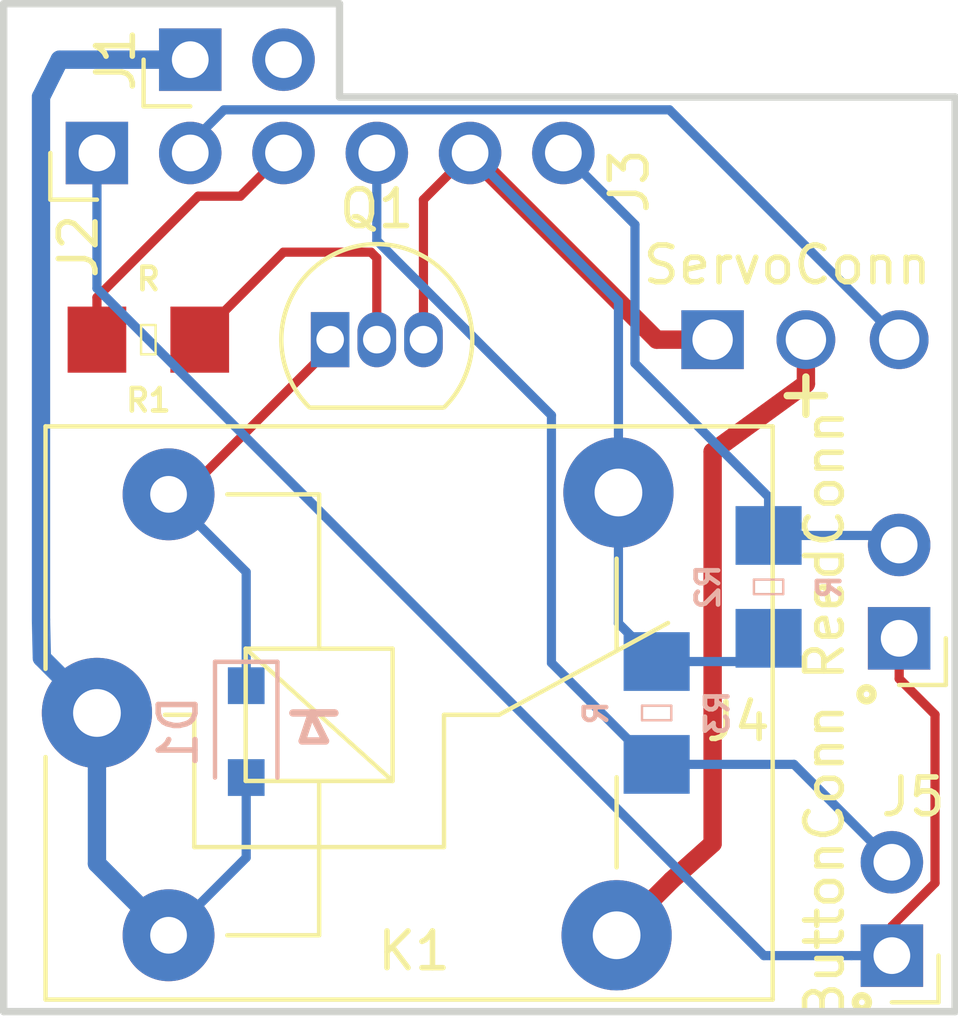
<source format=kicad_pcb>
(kicad_pcb (version 20171130) (host pcbnew "(5.0.1)-rc2")

  (general
    (thickness 1.6)
    (drawings 15)
    (tracks 66)
    (zones 0)
    (modules 11)
    (nets 11)
  )

  (page A4)
  (layers
    (0 F.Cu signal)
    (31 B.Cu signal)
    (32 B.Adhes user)
    (33 F.Adhes user)
    (34 B.Paste user)
    (35 F.Paste user)
    (36 B.SilkS user)
    (37 F.SilkS user)
    (38 B.Mask user)
    (39 F.Mask user)
    (40 Dwgs.User user hide)
    (41 Cmts.User user)
    (42 Eco1.User user)
    (43 Eco2.User user)
    (44 Edge.Cuts user)
    (45 Margin user)
    (46 B.CrtYd user hide)
    (47 F.CrtYd user hide)
    (48 B.Fab user)
    (49 F.Fab user hide)
  )

  (setup
    (last_trace_width 0.25)
    (trace_clearance 0.2)
    (zone_clearance 0.508)
    (zone_45_only no)
    (trace_min 0.2)
    (segment_width 0.2)
    (edge_width 0.15)
    (via_size 0.8)
    (via_drill 0.4)
    (via_min_size 0.4)
    (via_min_drill 0.3)
    (uvia_size 0.3)
    (uvia_drill 0.1)
    (uvias_allowed no)
    (uvia_min_size 0.2)
    (uvia_min_drill 0.1)
    (pcb_text_width 0.3)
    (pcb_text_size 1.5 1.5)
    (mod_edge_width 0.15)
    (mod_text_size 1 1)
    (mod_text_width 0.15)
    (pad_size 1.524 1.524)
    (pad_drill 0.762)
    (pad_to_mask_clearance 0.051)
    (solder_mask_min_width 0.25)
    (aux_axis_origin 0 0)
    (visible_elements FFFFF77F)
    (pcbplotparams
      (layerselection 0x010fc_ffffffff)
      (usegerberextensions false)
      (usegerberattributes false)
      (usegerberadvancedattributes false)
      (creategerberjobfile false)
      (excludeedgelayer true)
      (linewidth 0.100000)
      (plotframeref false)
      (viasonmask false)
      (mode 1)
      (useauxorigin false)
      (hpglpennumber 1)
      (hpglpenspeed 20)
      (hpglpendiameter 15.000000)
      (psnegative false)
      (psa4output false)
      (plotreference true)
      (plotvalue true)
      (plotinvisibletext false)
      (padsonsilk false)
      (subtractmaskfromsilk false)
      (outputformat 1)
      (mirror false)
      (drillshape 0)
      (scaleselection 1)
      (outputdirectory "Gerber/"))
  )

  (net 0 "")
  (net 1 "Net-(D1-Pad1)")
  (net 2 /5v_IN)
  (net 3 GND)
  (net 4 /3V3_IN)
  (net 5 /ServoPWM_P2)
  (net 6 /Relay_P3)
  (net 7 /Button_P4)
  (net 8 /Reed_P17)
  (net 9 "Net-(J3-Pad2)")
  (net 10 "Net-(Q1-Pad2)")

  (net_class Default "This is the default net class."
    (clearance 0.2)
    (trace_width 0.25)
    (via_dia 0.8)
    (via_drill 0.4)
    (uvia_dia 0.3)
    (uvia_drill 0.1)
    (add_net /3V3_IN)
    (add_net /5v_IN)
    (add_net /Button_P4)
    (add_net /Reed_P17)
    (add_net /Relay_P3)
    (add_net /ServoPWM_P2)
    (add_net GND)
    (add_net "Net-(D1-Pad1)")
    (add_net "Net-(J3-Pad2)")
    (add_net "Net-(Q1-Pad2)")
  )

  (module Diode_SMD:D_SOD-323_HandSoldering (layer B.Cu) (tedit 58641869) (tstamp 5C1DD9E5)
    (at 123.444 74.168 270)
    (descr SOD-323)
    (tags SOD-323)
    (path /5BF58F4E)
    (attr smd)
    (fp_text reference D1 (at 0 1.85 270) (layer B.SilkS)
      (effects (font (size 1 1) (thickness 0.15)) (justify mirror))
    )
    (fp_text value DIODE (at 0.1 -1.9 270) (layer B.Fab)
      (effects (font (size 1 1) (thickness 0.15)) (justify mirror))
    )
    (fp_text user %R (at 0 1.85 270) (layer B.Fab)
      (effects (font (size 1 1) (thickness 0.15)) (justify mirror))
    )
    (fp_line (start -1.9 0.85) (end -1.9 -0.85) (layer B.SilkS) (width 0.12))
    (fp_line (start 0.2 0) (end 0.45 0) (layer B.Fab) (width 0.1))
    (fp_line (start 0.2 -0.35) (end -0.3 0) (layer B.Fab) (width 0.1))
    (fp_line (start 0.2 0.35) (end 0.2 -0.35) (layer B.Fab) (width 0.1))
    (fp_line (start -0.3 0) (end 0.2 0.35) (layer B.Fab) (width 0.1))
    (fp_line (start -0.3 0) (end -0.5 0) (layer B.Fab) (width 0.1))
    (fp_line (start -0.3 0.35) (end -0.3 -0.35) (layer B.Fab) (width 0.1))
    (fp_line (start -0.9 -0.7) (end -0.9 0.7) (layer B.Fab) (width 0.1))
    (fp_line (start 0.9 -0.7) (end -0.9 -0.7) (layer B.Fab) (width 0.1))
    (fp_line (start 0.9 0.7) (end 0.9 -0.7) (layer B.Fab) (width 0.1))
    (fp_line (start -0.9 0.7) (end 0.9 0.7) (layer B.Fab) (width 0.1))
    (fp_line (start -2 0.95) (end 2 0.95) (layer B.CrtYd) (width 0.05))
    (fp_line (start 2 0.95) (end 2 -0.95) (layer B.CrtYd) (width 0.05))
    (fp_line (start -2 -0.95) (end 2 -0.95) (layer B.CrtYd) (width 0.05))
    (fp_line (start -2 0.95) (end -2 -0.95) (layer B.CrtYd) (width 0.05))
    (fp_line (start -1.9 -0.85) (end 1.25 -0.85) (layer B.SilkS) (width 0.12))
    (fp_line (start -1.9 0.85) (end 1.25 0.85) (layer B.SilkS) (width 0.12))
    (pad 1 smd rect (at -1.25 0 270) (size 1 1) (layers B.Cu B.Paste B.Mask)
      (net 1 "Net-(D1-Pad1)"))
    (pad 2 smd rect (at 1.25 0 270) (size 1 1) (layers B.Cu B.Paste B.Mask)
      (net 2 /5v_IN))
    (model ${KISYS3DMOD}/Diode_SMD.3dshapes/D_SOD-323.wrl
      (at (xyz 0 0 0))
      (scale (xyz 1 1 1))
      (rotate (xyz 0 0 0))
    )
  )

  (module Relay_THT:Relay_SPDT_SANYOU_SRD_Series_Form_C (layer F.Cu) (tedit 58FA3148) (tstamp 5C1DDB14)
    (at 119.38 73.66)
    (descr "relay Sanyou SRD series Form C http://www.sanyourelay.ca/public/products/pdf/SRD.pdf")
    (tags "relay Sanyu SRD form C")
    (path /5BF58BC0)
    (fp_text reference K1 (at 8.636 6.477) (layer F.SilkS)
      (effects (font (size 1 1) (thickness 0.15)))
    )
    (fp_text value SANYOU_SRD_Form_C (at 8 -9.6) (layer F.Fab)
      (effects (font (size 1 1) (thickness 0.15)))
    )
    (fp_line (start -1.4 1.2) (end -1.4 7.8) (layer F.SilkS) (width 0.12))
    (fp_line (start -1.4 -7.8) (end -1.4 -1.2) (layer F.SilkS) (width 0.12))
    (fp_line (start -1.4 -7.8) (end 18.4 -7.8) (layer F.SilkS) (width 0.12))
    (fp_line (start 18.4 -7.8) (end 18.4 7.8) (layer F.SilkS) (width 0.12))
    (fp_line (start 18.4 7.8) (end -1.4 7.8) (layer F.SilkS) (width 0.12))
    (fp_text user 1 (at 0 -2.3) (layer F.Fab)
      (effects (font (size 1 1) (thickness 0.15)))
    )
    (fp_line (start -1.3 -7.7) (end 18.3 -7.7) (layer F.Fab) (width 0.12))
    (fp_line (start 18.3 -7.7) (end 18.3 7.7) (layer F.Fab) (width 0.12))
    (fp_line (start 18.3 7.7) (end -1.3 7.7) (layer F.Fab) (width 0.12))
    (fp_line (start -1.3 7.7) (end -1.3 -7.7) (layer F.Fab) (width 0.12))
    (fp_text user %R (at 7.1 0.025) (layer F.Fab)
      (effects (font (size 1 1) (thickness 0.15)))
    )
    (fp_line (start 18.55 -7.95) (end -1.55 -7.95) (layer F.CrtYd) (width 0.05))
    (fp_line (start -1.55 7.95) (end -1.55 -7.95) (layer F.CrtYd) (width 0.05))
    (fp_line (start 18.55 -7.95) (end 18.55 7.95) (layer F.CrtYd) (width 0.05))
    (fp_line (start -1.55 7.95) (end 18.55 7.95) (layer F.CrtYd) (width 0.05))
    (fp_line (start 14.15 4.2) (end 14.15 1.75) (layer F.SilkS) (width 0.12))
    (fp_line (start 14.15 -4.2) (end 14.15 -1.7) (layer F.SilkS) (width 0.12))
    (fp_line (start 3.55 6.05) (end 6.05 6.05) (layer F.SilkS) (width 0.12))
    (fp_line (start 2.65 0.05) (end 1.85 0.05) (layer F.SilkS) (width 0.12))
    (fp_line (start 6.05 -5.95) (end 3.55 -5.95) (layer F.SilkS) (width 0.12))
    (fp_line (start 9.45 0.05) (end 10.95 0.05) (layer F.SilkS) (width 0.12))
    (fp_line (start 10.95 0.05) (end 15.55 -2.45) (layer F.SilkS) (width 0.12))
    (fp_line (start 9.45 3.65) (end 2.65 3.65) (layer F.SilkS) (width 0.12))
    (fp_line (start 9.45 0.05) (end 9.45 3.65) (layer F.SilkS) (width 0.12))
    (fp_line (start 2.65 0.05) (end 2.65 3.65) (layer F.SilkS) (width 0.12))
    (fp_line (start 6.05 -5.95) (end 6.05 -1.75) (layer F.SilkS) (width 0.12))
    (fp_line (start 6.05 1.85) (end 6.05 6.05) (layer F.SilkS) (width 0.12))
    (fp_line (start 8.05 1.85) (end 4.05 -1.75) (layer F.SilkS) (width 0.12))
    (fp_line (start 4.05 1.85) (end 4.05 -1.75) (layer F.SilkS) (width 0.12))
    (fp_line (start 4.05 -1.75) (end 8.05 -1.75) (layer F.SilkS) (width 0.12))
    (fp_line (start 8.05 -1.75) (end 8.05 1.85) (layer F.SilkS) (width 0.12))
    (fp_line (start 8.05 1.85) (end 4.05 1.85) (layer F.SilkS) (width 0.12))
    (pad 2 thru_hole circle (at 1.95 6.05 90) (size 2.5 2.5) (drill 1) (layers *.Cu *.Mask)
      (net 2 /5v_IN))
    (pad 3 thru_hole circle (at 14.15 6.05 90) (size 3 3) (drill 1.3) (layers *.Cu *.Mask)
      (net 9 "Net-(J3-Pad2)"))
    (pad 4 thru_hole circle (at 14.2 -6 90) (size 3 3) (drill 1.3) (layers *.Cu *.Mask)
      (net 3 GND))
    (pad 5 thru_hole circle (at 1.95 -5.95 90) (size 2.5 2.5) (drill 1) (layers *.Cu *.Mask)
      (net 1 "Net-(D1-Pad1)"))
    (pad 1 thru_hole circle (at 0 0 90) (size 3 3) (drill 1.3) (layers *.Cu *.Mask)
      (net 2 /5v_IN))
    (model ${KISYS3DMOD}/Relay_THT.3dshapes/Relay_SPDT_SANYOU_SRD_Series_Form_C.wrl
      (at (xyz 0 0 0))
      (scale (xyz 1 1 1))
      (rotate (xyz 0 0 0))
    )
  )

  (module Package_TO_SOT_THT:TO-92_Inline (layer F.Cu) (tedit 5A1DD157) (tstamp 5C1DDB26)
    (at 125.73 63.5)
    (descr "TO-92 leads in-line, narrow, oval pads, drill 0.75mm (see NXP sot054_po.pdf)")
    (tags "to-92 sc-43 sc-43a sot54 PA33 transistor")
    (path /5BF58CF5)
    (fp_text reference Q1 (at 1.27 -3.56) (layer F.SilkS)
      (effects (font (size 1 1) (thickness 0.15)))
    )
    (fp_text value BC547 (at 1.27 2.79) (layer F.Fab)
      (effects (font (size 1 1) (thickness 0.15)))
    )
    (fp_text user %R (at 1.27 -3.56) (layer F.Fab)
      (effects (font (size 1 1) (thickness 0.15)))
    )
    (fp_line (start -0.53 1.85) (end 3.07 1.85) (layer F.SilkS) (width 0.12))
    (fp_line (start -0.5 1.75) (end 3 1.75) (layer F.Fab) (width 0.1))
    (fp_line (start -1.46 -2.73) (end 4 -2.73) (layer F.CrtYd) (width 0.05))
    (fp_line (start -1.46 -2.73) (end -1.46 2.01) (layer F.CrtYd) (width 0.05))
    (fp_line (start 4 2.01) (end 4 -2.73) (layer F.CrtYd) (width 0.05))
    (fp_line (start 4 2.01) (end -1.46 2.01) (layer F.CrtYd) (width 0.05))
    (fp_arc (start 1.27 0) (end 1.27 -2.48) (angle 135) (layer F.Fab) (width 0.1))
    (fp_arc (start 1.27 0) (end 1.27 -2.6) (angle -135) (layer F.SilkS) (width 0.12))
    (fp_arc (start 1.27 0) (end 1.27 -2.48) (angle -135) (layer F.Fab) (width 0.1))
    (fp_arc (start 1.27 0) (end 1.27 -2.6) (angle 135) (layer F.SilkS) (width 0.12))
    (pad 2 thru_hole oval (at 1.27 0) (size 1.05 1.5) (drill 0.75) (layers *.Cu *.Mask)
      (net 10 "Net-(Q1-Pad2)"))
    (pad 3 thru_hole oval (at 2.54 0) (size 1.05 1.5) (drill 0.75) (layers *.Cu *.Mask)
      (net 3 GND))
    (pad 1 thru_hole rect (at 0 0) (size 1.05 1.5) (drill 0.75) (layers *.Cu *.Mask)
      (net 1 "Net-(D1-Pad1)"))
    (model ${KISYS3DMOD}/Package_TO_SOT_THT.3dshapes/TO-92_Inline.wrl
      (at (xyz 0 0 0))
      (scale (xyz 1 1 1))
      (rotate (xyz 0 0 0))
    )
  )

  (module Resistors:1206 (layer F.Cu) (tedit 200000) (tstamp 5C1DDB3E)
    (at 120.77954 63.5 180)
    (descr "GENERIC 3216 (1206) PACKAGE")
    (tags "GENERIC 3216 (1206) PACKAGE")
    (path /5BF58D69)
    (attr smd)
    (fp_text reference R1 (at 0 -1.651 180) (layer F.SilkS)
      (effects (font (size 0.6096 0.6096) (thickness 0.127)))
    )
    (fp_text value R (at 0 1.651 180) (layer F.SilkS)
      (effects (font (size 0.6096 0.6096) (thickness 0.127)))
    )
    (fp_line (start -0.96266 0.78486) (end 0.96266 0.78486) (layer Dwgs.User) (width 0.1016))
    (fp_line (start -0.96266 -0.78486) (end 0.96266 -0.78486) (layer Dwgs.User) (width 0.1016))
    (fp_line (start 2.39776 -1.09982) (end 2.39776 1.09982) (layer F.CrtYd) (width 0.0508))
    (fp_line (start -2.39776 1.09982) (end -2.39776 -1.09982) (layer F.CrtYd) (width 0.0508))
    (fp_line (start 2.39776 1.09982) (end -2.39776 1.09982) (layer F.CrtYd) (width 0.0508))
    (fp_line (start -2.39776 -1.09982) (end 2.39776 -1.09982) (layer F.CrtYd) (width 0.0508))
    (fp_line (start -0.19812 0.39878) (end -0.19812 -0.39878) (layer F.SilkS) (width 0.06604))
    (fp_line (start -0.19812 -0.39878) (end 0.19812 -0.39878) (layer F.SilkS) (width 0.06604))
    (fp_line (start 0.19812 0.39878) (end 0.19812 -0.39878) (layer F.SilkS) (width 0.06604))
    (fp_line (start -0.19812 0.39878) (end 0.19812 0.39878) (layer F.SilkS) (width 0.06604))
    (fp_line (start 0.94996 0.84836) (end 0.94996 -0.8509) (layer Dwgs.User) (width 0.06604))
    (fp_line (start 0.94996 -0.8509) (end 1.7018 -0.8509) (layer Dwgs.User) (width 0.06604))
    (fp_line (start 1.7018 0.84836) (end 1.7018 -0.8509) (layer Dwgs.User) (width 0.06604))
    (fp_line (start 0.94996 0.84836) (end 1.7018 0.84836) (layer Dwgs.User) (width 0.06604))
    (fp_line (start -1.7018 0.8509) (end -1.7018 -0.84836) (layer Dwgs.User) (width 0.06604))
    (fp_line (start -1.7018 -0.84836) (end -0.94996 -0.84836) (layer Dwgs.User) (width 0.06604))
    (fp_line (start -0.94996 0.8509) (end -0.94996 -0.84836) (layer Dwgs.User) (width 0.06604))
    (fp_line (start -1.7018 0.8509) (end -0.94996 0.8509) (layer Dwgs.User) (width 0.06604))
    (pad 2 smd rect (at 1.39954 0 180) (size 1.59766 1.79832) (layers F.Cu F.Paste F.Mask)
      (net 6 /Relay_P3) (solder_mask_margin 0.1016))
    (pad 1 smd rect (at -1.39954 0 180) (size 1.59766 1.79832) (layers F.Cu F.Paste F.Mask)
      (net 10 "Net-(Q1-Pad2)") (solder_mask_margin 0.1016))
  )

  (module Resistors:1206 (layer B.Cu) (tedit 200000) (tstamp 5C1DDB56)
    (at 137.668 70.22846 270)
    (descr "GENERIC 3216 (1206) PACKAGE")
    (tags "GENERIC 3216 (1206) PACKAGE")
    (path /5BF598F1)
    (attr smd)
    (fp_text reference R2 (at 0 1.651 270) (layer B.SilkS)
      (effects (font (size 0.6096 0.6096) (thickness 0.127)) (justify mirror))
    )
    (fp_text value R (at 0 -1.651 270) (layer B.SilkS)
      (effects (font (size 0.6096 0.6096) (thickness 0.127)) (justify mirror))
    )
    (fp_line (start -1.7018 -0.8509) (end -0.94996 -0.8509) (layer Dwgs.User) (width 0.06604))
    (fp_line (start -0.94996 -0.8509) (end -0.94996 0.84836) (layer Dwgs.User) (width 0.06604))
    (fp_line (start -1.7018 0.84836) (end -0.94996 0.84836) (layer Dwgs.User) (width 0.06604))
    (fp_line (start -1.7018 -0.8509) (end -1.7018 0.84836) (layer Dwgs.User) (width 0.06604))
    (fp_line (start 0.94996 -0.84836) (end 1.7018 -0.84836) (layer Dwgs.User) (width 0.06604))
    (fp_line (start 1.7018 -0.84836) (end 1.7018 0.8509) (layer Dwgs.User) (width 0.06604))
    (fp_line (start 0.94996 0.8509) (end 1.7018 0.8509) (layer Dwgs.User) (width 0.06604))
    (fp_line (start 0.94996 -0.84836) (end 0.94996 0.8509) (layer Dwgs.User) (width 0.06604))
    (fp_line (start -0.19812 -0.39878) (end 0.19812 -0.39878) (layer B.SilkS) (width 0.06604))
    (fp_line (start 0.19812 -0.39878) (end 0.19812 0.39878) (layer B.SilkS) (width 0.06604))
    (fp_line (start -0.19812 0.39878) (end 0.19812 0.39878) (layer B.SilkS) (width 0.06604))
    (fp_line (start -0.19812 -0.39878) (end -0.19812 0.39878) (layer B.SilkS) (width 0.06604))
    (fp_line (start -2.39776 1.09982) (end 2.39776 1.09982) (layer B.CrtYd) (width 0.0508))
    (fp_line (start 2.39776 -1.09982) (end -2.39776 -1.09982) (layer B.CrtYd) (width 0.0508))
    (fp_line (start -2.39776 -1.09982) (end -2.39776 1.09982) (layer B.CrtYd) (width 0.0508))
    (fp_line (start 2.39776 1.09982) (end 2.39776 -1.09982) (layer B.CrtYd) (width 0.0508))
    (fp_line (start -0.96266 0.78486) (end 0.96266 0.78486) (layer Dwgs.User) (width 0.1016))
    (fp_line (start -0.96266 -0.78486) (end 0.96266 -0.78486) (layer Dwgs.User) (width 0.1016))
    (pad 1 smd rect (at -1.39954 0 270) (size 1.59766 1.79832) (layers B.Cu B.Paste B.Mask)
      (net 8 /Reed_P17) (solder_mask_margin 0.1016))
    (pad 2 smd rect (at 1.39954 0 270) (size 1.59766 1.79832) (layers B.Cu B.Paste B.Mask)
      (net 3 GND) (solder_mask_margin 0.1016))
  )

  (module Resistors:1206 (layer B.Cu) (tedit 200000) (tstamp 5C1DDB6E)
    (at 134.62 73.66 90)
    (descr "GENERIC 3216 (1206) PACKAGE")
    (tags "GENERIC 3216 (1206) PACKAGE")
    (path /5BF5889E)
    (attr smd)
    (fp_text reference R3 (at 0 1.651 90) (layer B.SilkS)
      (effects (font (size 0.6096 0.6096) (thickness 0.127)) (justify mirror))
    )
    (fp_text value R (at 0 -1.651 90) (layer B.SilkS)
      (effects (font (size 0.6096 0.6096) (thickness 0.127)) (justify mirror))
    )
    (fp_line (start -1.7018 -0.8509) (end -0.94996 -0.8509) (layer Dwgs.User) (width 0.06604))
    (fp_line (start -0.94996 -0.8509) (end -0.94996 0.84836) (layer Dwgs.User) (width 0.06604))
    (fp_line (start -1.7018 0.84836) (end -0.94996 0.84836) (layer Dwgs.User) (width 0.06604))
    (fp_line (start -1.7018 -0.8509) (end -1.7018 0.84836) (layer Dwgs.User) (width 0.06604))
    (fp_line (start 0.94996 -0.84836) (end 1.7018 -0.84836) (layer Dwgs.User) (width 0.06604))
    (fp_line (start 1.7018 -0.84836) (end 1.7018 0.8509) (layer Dwgs.User) (width 0.06604))
    (fp_line (start 0.94996 0.8509) (end 1.7018 0.8509) (layer Dwgs.User) (width 0.06604))
    (fp_line (start 0.94996 -0.84836) (end 0.94996 0.8509) (layer Dwgs.User) (width 0.06604))
    (fp_line (start -0.19812 -0.39878) (end 0.19812 -0.39878) (layer B.SilkS) (width 0.06604))
    (fp_line (start 0.19812 -0.39878) (end 0.19812 0.39878) (layer B.SilkS) (width 0.06604))
    (fp_line (start -0.19812 0.39878) (end 0.19812 0.39878) (layer B.SilkS) (width 0.06604))
    (fp_line (start -0.19812 -0.39878) (end -0.19812 0.39878) (layer B.SilkS) (width 0.06604))
    (fp_line (start -2.39776 1.09982) (end 2.39776 1.09982) (layer B.CrtYd) (width 0.0508))
    (fp_line (start 2.39776 -1.09982) (end -2.39776 -1.09982) (layer B.CrtYd) (width 0.0508))
    (fp_line (start -2.39776 -1.09982) (end -2.39776 1.09982) (layer B.CrtYd) (width 0.0508))
    (fp_line (start 2.39776 1.09982) (end 2.39776 -1.09982) (layer B.CrtYd) (width 0.0508))
    (fp_line (start -0.96266 0.78486) (end 0.96266 0.78486) (layer Dwgs.User) (width 0.1016))
    (fp_line (start -0.96266 -0.78486) (end 0.96266 -0.78486) (layer Dwgs.User) (width 0.1016))
    (pad 1 smd rect (at -1.39954 0 90) (size 1.59766 1.79832) (layers B.Cu B.Paste B.Mask)
      (net 7 /Button_P4) (solder_mask_margin 0.1016))
    (pad 2 smd rect (at 1.39954 0 90) (size 1.59766 1.79832) (layers B.Cu B.Paste B.Mask)
      (net 3 GND) (solder_mask_margin 0.1016))
  )

  (module CustomFP:PinHeader_1x02_P2.54mm_Horizontal (layer F.Cu) (tedit 5BF1FE38) (tstamp 5C2CAAD3)
    (at 121.92 55.88 90)
    (descr "Through hole angled pin header, 1x02, 2.54mm pitch, 6mm pin length, single row")
    (tags "Through hole angled pin header THT 1x02 2.54mm single row")
    (path /5BF5CF9F)
    (fp_text reference J1 (at 0 -2.032 90) (layer F.SilkS)
      (effects (font (size 1 1) (thickness 0.15)))
    )
    (fp_text value "" (at 4.385 4.81 90) (layer F.Fab)
      (effects (font (size 1 1) (thickness 0.15)))
    )
    (fp_line (start -0.32 -0.32) (end -0.32 0.32) (layer F.Fab) (width 0.1))
    (fp_line (start -0.32 2.22) (end -0.32 2.86) (layer F.Fab) (width 0.1))
    (fp_line (start -1.27 0) (end -1.27 -1.27) (layer F.SilkS) (width 0.12))
    (fp_line (start -1.27 -1.27) (end 0 -1.27) (layer F.SilkS) (width 0.12))
    (pad 1 thru_hole rect (at 0 0 90) (size 1.7 1.7) (drill 1) (layers *.Cu *.Mask)
      (net 2 /5v_IN))
    (pad 2 thru_hole oval (at 0 2.54 90) (size 1.7 1.7) (drill 1) (layers *.Cu *.Mask))
    (model ${KISYS3DMOD}/Connector_PinHeader_2.54mm.3dshapes/PinHeader_1x02_P2.54mm_Horizontal.wrl
      (at (xyz 0 0 0))
      (scale (xyz 1 1 1))
      (rotate (xyz 0 0 0))
    )
  )

  (module CustomFP:PinHeader_1x06_P2.54mm_Horizontal (layer F.Cu) (tedit 5BF1FE3A) (tstamp 5C2CAADC)
    (at 119.38 58.42 90)
    (descr "Through hole angled pin header, 1x06, 2.54mm pitch, 6mm pin length, single row")
    (tags "Through hole angled pin header THT 1x06 2.54mm single row")
    (path /5BF5D2C2)
    (fp_text reference J2 (at -2.54 -0.508 90) (layer F.SilkS)
      (effects (font (size 1 1) (thickness 0.15)))
    )
    (fp_text value "" (at 4.385 14.97 90) (layer F.Fab)
      (effects (font (size 1 1) (thickness 0.15)))
    )
    (fp_line (start -0.32 -0.32) (end -0.32 0.32) (layer F.Fab) (width 0.1))
    (fp_line (start -0.32 2.22) (end -0.32 2.86) (layer F.Fab) (width 0.1))
    (fp_line (start -0.32 4.76) (end -0.32 5.4) (layer F.Fab) (width 0.1))
    (fp_line (start -0.32 7.3) (end -0.32 7.94) (layer F.Fab) (width 0.1))
    (fp_line (start -0.32 9.84) (end -0.32 10.48) (layer F.Fab) (width 0.1))
    (fp_line (start -0.32 12.38) (end -0.32 13.02) (layer F.Fab) (width 0.1))
    (fp_line (start -1.27 0) (end -1.27 -1.27) (layer F.SilkS) (width 0.12))
    (fp_line (start -1.27 -1.27) (end 0 -1.27) (layer F.SilkS) (width 0.12))
    (pad 1 thru_hole rect (at 0 0 90) (size 1.7 1.7) (drill 1) (layers *.Cu *.Mask)
      (net 4 /3V3_IN))
    (pad 2 thru_hole oval (at 0 2.54 90) (size 1.7 1.7) (drill 1) (layers *.Cu *.Mask)
      (net 5 /ServoPWM_P2))
    (pad 3 thru_hole oval (at 0 5.08 90) (size 1.7 1.7) (drill 1) (layers *.Cu *.Mask)
      (net 6 /Relay_P3))
    (pad 4 thru_hole oval (at 0 7.62 90) (size 1.7 1.7) (drill 1) (layers *.Cu *.Mask)
      (net 7 /Button_P4))
    (pad 5 thru_hole oval (at 0 10.16 90) (size 1.7 1.7) (drill 1) (layers *.Cu *.Mask)
      (net 3 GND))
    (pad 6 thru_hole oval (at 0 12.7 90) (size 1.7 1.7) (drill 1) (layers *.Cu *.Mask)
      (net 8 /Reed_P17))
    (model ${KISYS3DMOD}/Connector_PinHeader_2.54mm.3dshapes/PinHeader_1x06_P2.54mm_Horizontal.wrl
      (at (xyz 0 0 0))
      (scale (xyz 1 1 1))
      (rotate (xyz 0 0 0))
    )
  )

  (module EbayParts:Pin_Header_1x03_Pitch2.54mm (layer F.Cu) (tedit 5BF1FE1A) (tstamp 5C2CAAED)
    (at 136.144 63.5 90)
    (descr "Through hole angled pin header, 1x03, 2.54mm pitch, 6mm pin length, single row")
    (tags "Through hole angled pin header THT 1x03 2.54mm single row")
    (path /5BF58A81)
    (fp_text reference J3 (at 4.315 -2.27 90) (layer F.SilkS)
      (effects (font (size 1 1) (thickness 0.15)))
    )
    (fp_text value ServoConn (at 2.032 2.032 180) (layer F.SilkS)
      (effects (font (size 1 1) (thickness 0.15)))
    )
    (pad 1 thru_hole rect (at 0 0 90) (size 1.6 1.7) (drill 1.1) (layers *.Cu *.Mask)
      (net 3 GND))
    (pad 2 thru_hole circle (at 0 2.54 90) (size 1.6 1.6) (drill 1.1) (layers *.Cu *.Mask)
      (net 9 "Net-(J3-Pad2)"))
    (pad 3 thru_hole circle (at 0 5.08 90) (size 1.6 1.6) (drill 1.1) (layers *.Cu *.Mask)
      (net 5 /ServoPWM_P2))
    (model ${KISYS3DMOD}/Pin_Headers.3dshapes/Pin_Header_Angled_1x03_Pitch2.54mm.wrl
      (offset (xyz 0 -2.539999961853027 0))
      (scale (xyz 1 1 1))
      (rotate (xyz 0 0 90))
    )
  )

  (module CustomFP:PinHeader_1x02_P2.54mm_Horizontal (layer F.Cu) (tedit 5BF1FE08) (tstamp 5C2CAAF3)
    (at 141.224 71.628 180)
    (descr "Through hole angled pin header, 1x02, 2.54mm pitch, 6mm pin length, single row")
    (tags "Through hole angled pin header THT 1x02 2.54mm single row")
    (path /5BF598EB)
    (fp_text reference J4 (at 4.385 -2.27 180) (layer F.SilkS)
      (effects (font (size 1 1) (thickness 0.15)))
    )
    (fp_text value ReedConn (at 2.032 2.54 270) (layer F.SilkS)
      (effects (font (size 1 1) (thickness 0.15)))
    )
    (fp_line (start -1.27 -1.27) (end 0 -1.27) (layer F.SilkS) (width 0.12))
    (fp_line (start -1.27 0) (end -1.27 -1.27) (layer F.SilkS) (width 0.12))
    (fp_line (start -0.32 2.22) (end -0.32 2.86) (layer F.Fab) (width 0.1))
    (fp_line (start -0.32 -0.32) (end -0.32 0.32) (layer F.Fab) (width 0.1))
    (pad 2 thru_hole oval (at 0 2.54 180) (size 1.7 1.7) (drill 1) (layers *.Cu *.Mask)
      (net 8 /Reed_P17))
    (pad 1 thru_hole rect (at 0 0 180) (size 1.7 1.7) (drill 1) (layers *.Cu *.Mask)
      (net 4 /3V3_IN))
    (model ${KISYS3DMOD}/Connector_PinHeader_2.54mm.3dshapes/PinHeader_1x02_P2.54mm_Horizontal.wrl
      (at (xyz 0 0 0))
      (scale (xyz 1 1 1))
      (rotate (xyz 0 0 0))
    )
  )

  (module CustomFP:PinHeader_1x02_P2.54mm_Horizontal (layer F.Cu) (tedit 5BF1FDF9) (tstamp 5C2CAAFC)
    (at 141.025001 80.264 180)
    (descr "Through hole angled pin header, 1x02, 2.54mm pitch, 6mm pin length, single row")
    (tags "Through hole angled pin header THT 1x02 2.54mm single row")
    (path /5BF5870F)
    (fp_text reference J5 (at -0.579999 4.318 180) (layer F.SilkS)
      (effects (font (size 1 1) (thickness 0.15)))
    )
    (fp_text value ButtonConn (at 1.833001 2.54 270) (layer F.SilkS)
      (effects (font (size 1 1) (thickness 0.15)))
    )
    (fp_line (start -0.32 -0.32) (end -0.32 0.32) (layer F.Fab) (width 0.1))
    (fp_line (start -0.32 2.22) (end -0.32 2.86) (layer F.Fab) (width 0.1))
    (fp_line (start -1.27 0) (end -1.27 -1.27) (layer F.SilkS) (width 0.12))
    (fp_line (start -1.27 -1.27) (end 0 -1.27) (layer F.SilkS) (width 0.12))
    (pad 1 thru_hole rect (at 0 0 180) (size 1.7 1.7) (drill 1) (layers *.Cu *.Mask)
      (net 4 /3V3_IN))
    (pad 2 thru_hole oval (at 0 2.54 180) (size 1.7 1.7) (drill 1) (layers *.Cu *.Mask)
      (net 7 /Button_P4))
    (model ${KISYS3DMOD}/Connector_PinHeader_2.54mm.3dshapes/PinHeader_1x02_P2.54mm_Horizontal.wrl
      (at (xyz 0 0 0))
      (scale (xyz 1 1 1))
      (rotate (xyz 0 0 0))
    )
  )

  (gr_line (start 125.984 54.356) (end 116.84 54.356) (layer Edge.Cuts) (width 0.2))
  (gr_line (start 125.984 56.896) (end 125.984 54.356) (layer Edge.Cuts) (width 0.2))
  (gr_line (start 142.748 56.896) (end 125.984 56.896) (layer Edge.Cuts) (width 0.2))
  (gr_line (start 142.748 81.788) (end 142.748 56.896) (layer Edge.Cuts) (width 0.2))
  (gr_line (start 116.84 81.788) (end 142.748 81.788) (layer Edge.Cuts) (width 0.2))
  (gr_line (start 116.84 54.356) (end 116.84 81.788) (layer Edge.Cuts) (width 0.2))
  (gr_line (start 125.603 74.422) (end 125.222 73.66) (layer B.SilkS) (width 0.2))
  (gr_line (start 124.968 74.422) (end 125.603 74.422) (layer B.SilkS) (width 0.2))
  (gr_line (start 125.222 73.66) (end 124.968 74.422) (layer B.SilkS) (width 0.2))
  (gr_line (start 125.857 73.66) (end 125.222 73.66) (layer B.SilkS) (width 0.2))
  (gr_line (start 124.714 73.66) (end 125.857 73.66) (layer B.SilkS) (width 0.2))
  (gr_circle (center 140.208 81.534) (end 140.335 81.661) (layer F.SilkS) (width 0.2) (tstamp 5C2CAC17))
  (gr_circle (center 140.335 73.152) (end 140.462 73.279) (layer F.SilkS) (width 0.2))
  (gr_line (start 138.684 64.516) (end 138.684 65.532) (layer F.SilkS) (width 0.2))
  (gr_line (start 138.176 65.024) (end 139.192 65.024) (layer F.SilkS) (width 0.2))

  (segment (start 121.745 67.71) (end 121.33 67.71) (width 0.25) (layer F.Cu) (net 1) (status 30))
  (segment (start 125.73 63.725) (end 121.745 67.71) (width 0.25) (layer F.Cu) (net 1) (status 30))
  (segment (start 125.73 63.5) (end 125.73 63.725) (width 0.25) (layer F.Cu) (net 1) (status 30))
  (segment (start 123.444 69.824) (end 121.33 67.71) (width 0.25) (layer B.Cu) (net 1) (status 20))
  (segment (start 123.444 72.918) (end 123.444 69.824) (width 0.25) (layer B.Cu) (net 1) (status 10))
  (segment (start 119.38 77.76) (end 121.33 79.71) (width 0.5) (layer B.Cu) (net 2) (status 20))
  (segment (start 119.38 73.66) (end 119.38 77.76) (width 0.5) (layer B.Cu) (net 2) (status 10))
  (segment (start 123.444 77.596) (end 123.444 75.418) (width 0.25) (layer B.Cu) (net 2) (status 20))
  (segment (start 121.33 79.71) (end 123.444 77.596) (width 0.25) (layer B.Cu) (net 2) (status 10))
  (segment (start 117.880001 72.160001) (end 119.38 73.66) (width 0.5) (layer B.Cu) (net 2) (status 20))
  (segment (start 117.856 71.12) (end 117.880001 72.160001) (width 0.5) (layer B.Cu) (net 2))
  (segment (start 117.856 56.896) (end 117.856 71.12) (width 0.5) (layer B.Cu) (net 2))
  (segment (start 121.92 55.88) (end 118.364 55.88) (width 0.5) (layer B.Cu) (net 2) (status 10))
  (segment (start 118.364 55.88) (end 117.856 56.896) (width 0.5) (layer B.Cu) (net 2))
  (segment (start 133.58 67.66) (end 133.58 62.46) (width 0.25) (layer B.Cu) (net 3) (status 10))
  (segment (start 133.58 62.46) (end 129.54 58.42) (width 0.25) (layer B.Cu) (net 3) (status 20))
  (segment (start 133.58 71.22046) (end 134.62 72.26046) (width 0.25) (layer B.Cu) (net 3) (status 20))
  (segment (start 133.58 67.66) (end 133.58 71.22046) (width 0.25) (layer B.Cu) (net 3) (status 10))
  (segment (start 137.03554 72.26046) (end 137.668 71.628) (width 0.25) (layer B.Cu) (net 3) (status 30))
  (segment (start 134.62 72.26046) (end 137.03554 72.26046) (width 0.25) (layer B.Cu) (net 3) (status 30))
  (segment (start 134.62 63.5) (end 129.54 58.42) (width 0.5) (layer F.Cu) (net 3) (status 20))
  (segment (start 136.144 63.5) (end 134.62 63.5) (width 0.5) (layer F.Cu) (net 3) (status 10))
  (segment (start 128.27 59.69) (end 129.54 58.42) (width 0.25) (layer F.Cu) (net 3) (status 20))
  (segment (start 128.27 63.5) (end 128.27 59.69) (width 0.25) (layer F.Cu) (net 3) (status 10))
  (segment (start 139.925001 80.264) (end 141.025001 80.264) (width 0.25) (layer B.Cu) (net 4) (status 20))
  (segment (start 137.541468 80.264) (end 139.925001 80.264) (width 0.25) (layer B.Cu) (net 4))
  (segment (start 119.38 62.102532) (end 137.541468 80.264) (width 0.25) (layer B.Cu) (net 4))
  (segment (start 119.38 58.42) (end 119.38 62.102532) (width 0.25) (layer B.Cu) (net 4) (status 10))
  (segment (start 141.224 72.728) (end 141.224 71.628) (width 0.25) (layer F.Cu) (net 4) (status 20))
  (segment (start 142.200002 73.704002) (end 141.224 72.728) (width 0.25) (layer F.Cu) (net 4))
  (segment (start 142.200002 78.288001) (end 142.200002 73.704002) (width 0.25) (layer F.Cu) (net 4))
  (segment (start 141.025001 79.463002) (end 142.200002 78.288001) (width 0.25) (layer F.Cu) (net 4) (status 10))
  (segment (start 141.025001 80.264) (end 141.025001 79.463002) (width 0.25) (layer F.Cu) (net 4) (status 30))
  (segment (start 140.374001 62.650001) (end 141.224 63.5) (width 0.25) (layer B.Cu) (net 5) (status 20))
  (segment (start 134.968999 57.244999) (end 140.374001 62.650001) (width 0.25) (layer B.Cu) (net 5))
  (segment (start 122.840003 57.244999) (end 134.968999 57.244999) (width 0.25) (layer B.Cu) (net 5))
  (segment (start 121.92 58.165002) (end 122.840003 57.244999) (width 0.25) (layer B.Cu) (net 5) (status 10))
  (segment (start 121.92 58.42) (end 121.92 58.165002) (width 0.25) (layer B.Cu) (net 5) (status 30))
  (segment (start 123.610001 59.269999) (end 124.46 58.42) (width 0.25) (layer F.Cu) (net 6) (status 30))
  (segment (start 123.284999 59.595001) (end 123.610001 59.269999) (width 0.25) (layer F.Cu) (net 6) (status 20))
  (segment (start 122.135839 59.595001) (end 123.284999 59.595001) (width 0.25) (layer F.Cu) (net 6))
  (segment (start 119.38 62.35084) (end 122.135839 59.595001) (width 0.25) (layer F.Cu) (net 6))
  (segment (start 119.38 63.5) (end 119.38 62.35084) (width 0.25) (layer F.Cu) (net 6) (status 10))
  (segment (start 138.360541 75.05954) (end 141.025001 77.724) (width 0.25) (layer B.Cu) (net 7) (status 20))
  (segment (start 134.62 75.05954) (end 138.360541 75.05954) (width 0.25) (layer B.Cu) (net 7) (status 10))
  (segment (start 134.51967 75.05954) (end 134.62 75.05954) (width 0.25) (layer B.Cu) (net 7) (status 30))
  (segment (start 131.754999 72.294869) (end 134.51967 75.05954) (width 0.25) (layer B.Cu) (net 7) (status 20))
  (segment (start 131.754999 65.557904) (end 131.754999 72.294869) (width 0.25) (layer B.Cu) (net 7))
  (segment (start 127 60.802905) (end 131.754999 65.557904) (width 0.25) (layer B.Cu) (net 7))
  (segment (start 127 58.42) (end 127 60.802905) (width 0.25) (layer B.Cu) (net 7) (status 10))
  (segment (start 140.96492 68.82892) (end 141.224 69.088) (width 0.25) (layer B.Cu) (net 8) (status 30))
  (segment (start 137.668 68.82892) (end 140.96492 68.82892) (width 0.25) (layer B.Cu) (net 8) (status 30))
  (segment (start 137.668 67.78009) (end 137.668 68.82892) (width 0.25) (layer B.Cu) (net 8) (status 20))
  (segment (start 134.030009 64.142099) (end 137.668 67.78009) (width 0.25) (layer B.Cu) (net 8))
  (segment (start 134.030009 60.370009) (end 134.030009 64.142099) (width 0.25) (layer B.Cu) (net 8))
  (segment (start 132.08 58.42) (end 134.030009 60.370009) (width 0.25) (layer B.Cu) (net 8) (status 10))
  (segment (start 135.029999 78.210001) (end 133.53 79.71) (width 0.5) (layer F.Cu) (net 9) (status 20))
  (segment (start 136.144 77.216) (end 135.029999 78.210001) (width 0.5) (layer F.Cu) (net 9))
  (segment (start 136.144 66.548) (end 136.144 77.216) (width 0.5) (layer F.Cu) (net 9))
  (segment (start 138.684 63.5) (end 138.684 64.702081) (width 0.5) (layer F.Cu) (net 9) (status 10))
  (segment (start 138.684 64.702081) (end 136.144 66.548) (width 0.5) (layer F.Cu) (net 9))
  (segment (start 122.17908 63.39967) (end 124.46 61.11875) (width 0.25) (layer F.Cu) (net 10) (status 10))
  (segment (start 122.17908 63.5) (end 122.17908 63.39967) (width 0.25) (layer F.Cu) (net 10) (status 30))
  (segment (start 124.46 61.11875) (end 126.84125 61.11875) (width 0.25) (layer F.Cu) (net 10))
  (segment (start 127 61.2775) (end 127 63.5) (width 0.25) (layer F.Cu) (net 10) (status 20))
  (segment (start 126.84125 61.11875) (end 127 61.2775) (width 0.25) (layer F.Cu) (net 10))

)

</source>
